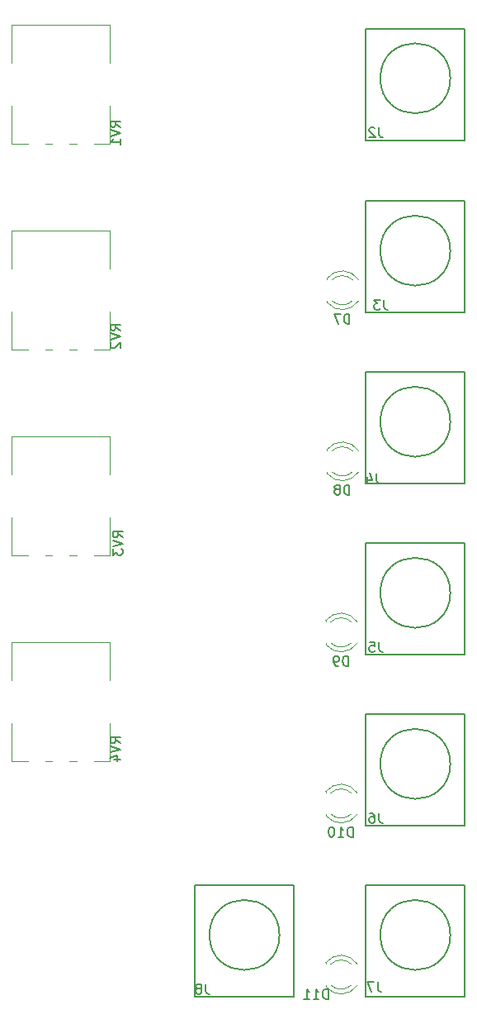
<source format=gbo>
G04 #@! TF.GenerationSoftware,KiCad,Pcbnew,(5.0.0-3-g5ebb6b6)*
G04 #@! TF.CreationDate,2019-04-25T19:55:48+02:00*
G04 #@! TF.ProjectId,triggerhappy,7472696767657268617070792E6B6963,rev?*
G04 #@! TF.SameCoordinates,Original*
G04 #@! TF.FileFunction,Legend,Bot*
G04 #@! TF.FilePolarity,Positive*
%FSLAX46Y46*%
G04 Gerber Fmt 4.6, Leading zero omitted, Abs format (unit mm)*
G04 Created by KiCad (PCBNEW (5.0.0-3-g5ebb6b6)) date Thursday 25 April 2019 19:55:48*
%MOMM*%
%LPD*%
G01*
G04 APERTURE LIST*
%ADD10C,0.120000*%
%ADD11C,0.150000*%
G04 APERTURE END LIST*
D10*
G04 #@! TO.C,D7*
X215159335Y-73722608D02*
G75*
G02X211927000Y-73879516I-1672335J1078608D01*
G01*
X215159335Y-71565392D02*
G75*
G03X211927000Y-71408484I-1672335J-1078608D01*
G01*
X214528130Y-73723837D02*
G75*
G02X212446039Y-73724000I-1041130J1079837D01*
G01*
X214528130Y-71564163D02*
G75*
G03X212446039Y-71564000I-1041130J-1079837D01*
G01*
X211927000Y-73880000D02*
X211927000Y-73724000D01*
X211927000Y-71564000D02*
X211927000Y-71408000D01*
G04 #@! TO.C,D8*
X215159335Y-91248608D02*
G75*
G02X211927000Y-91405516I-1672335J1078608D01*
G01*
X215159335Y-89091392D02*
G75*
G03X211927000Y-88934484I-1672335J-1078608D01*
G01*
X214528130Y-91249837D02*
G75*
G02X212446039Y-91250000I-1041130J1079837D01*
G01*
X214528130Y-89090163D02*
G75*
G03X212446039Y-89090000I-1041130J-1079837D01*
G01*
X211927000Y-91406000D02*
X211927000Y-91250000D01*
X211927000Y-89090000D02*
X211927000Y-88934000D01*
G04 #@! TO.C,D9*
X211800000Y-106616000D02*
X211800000Y-106460000D01*
X211800000Y-108932000D02*
X211800000Y-108776000D01*
X214401130Y-106616163D02*
G75*
G03X212319039Y-106616000I-1041130J-1079837D01*
G01*
X214401130Y-108775837D02*
G75*
G02X212319039Y-108776000I-1041130J1079837D01*
G01*
X215032335Y-106617392D02*
G75*
G03X211800000Y-106460484I-1672335J-1078608D01*
G01*
X215032335Y-108774608D02*
G75*
G02X211800000Y-108931516I-1672335J1078608D01*
G01*
G04 #@! TO.C,D10*
X211800000Y-124142000D02*
X211800000Y-123986000D01*
X211800000Y-126458000D02*
X211800000Y-126302000D01*
X214401130Y-124142163D02*
G75*
G03X212319039Y-124142000I-1041130J-1079837D01*
G01*
X214401130Y-126301837D02*
G75*
G02X212319039Y-126302000I-1041130J1079837D01*
G01*
X215032335Y-124143392D02*
G75*
G03X211800000Y-123986484I-1672335J-1078608D01*
G01*
X215032335Y-126300608D02*
G75*
G02X211800000Y-126457516I-1672335J1078608D01*
G01*
G04 #@! TO.C,D11*
X215032335Y-143826608D02*
G75*
G02X211800000Y-143983516I-1672335J1078608D01*
G01*
X215032335Y-141669392D02*
G75*
G03X211800000Y-141512484I-1672335J-1078608D01*
G01*
X214401130Y-143827837D02*
G75*
G02X212319039Y-143828000I-1041130J1079837D01*
G01*
X214401130Y-141668163D02*
G75*
G03X212319039Y-141668000I-1041130J-1079837D01*
G01*
X211800000Y-143984000D02*
X211800000Y-143828000D01*
X211800000Y-141668000D02*
X211800000Y-141512000D01*
D11*
G04 #@! TO.C,J2*
X215900000Y-57277000D02*
X226060000Y-57277000D01*
X226060000Y-57277000D02*
X226060000Y-45847000D01*
X226060000Y-45847000D02*
X215900000Y-45847000D01*
X215900000Y-45847000D02*
X215900000Y-57277000D01*
X224572102Y-50927000D02*
G75*
G03X224572102Y-50927000I-3592102J0D01*
G01*
G04 #@! TO.C,J3*
X215900000Y-74930000D02*
X226060000Y-74930000D01*
X226060000Y-74930000D02*
X226060000Y-63500000D01*
X226060000Y-63500000D02*
X215900000Y-63500000D01*
X215900000Y-63500000D02*
X215900000Y-74930000D01*
X224572102Y-68580000D02*
G75*
G03X224572102Y-68580000I-3592102J0D01*
G01*
G04 #@! TO.C,J4*
X224572102Y-86106000D02*
G75*
G03X224572102Y-86106000I-3592102J0D01*
G01*
X215900000Y-81026000D02*
X215900000Y-92456000D01*
X226060000Y-81026000D02*
X215900000Y-81026000D01*
X226060000Y-92456000D02*
X226060000Y-81026000D01*
X215900000Y-92456000D02*
X226060000Y-92456000D01*
G04 #@! TO.C,J5*
X215900000Y-109982000D02*
X226060000Y-109982000D01*
X226060000Y-109982000D02*
X226060000Y-98552000D01*
X226060000Y-98552000D02*
X215900000Y-98552000D01*
X215900000Y-98552000D02*
X215900000Y-109982000D01*
X224572102Y-103632000D02*
G75*
G03X224572102Y-103632000I-3592102J0D01*
G01*
G04 #@! TO.C,J6*
X224572102Y-121158000D02*
G75*
G03X224572102Y-121158000I-3592102J0D01*
G01*
X215900000Y-116078000D02*
X215900000Y-127508000D01*
X226060000Y-116078000D02*
X215900000Y-116078000D01*
X226060000Y-127508000D02*
X226060000Y-116078000D01*
X215900000Y-127508000D02*
X226060000Y-127508000D01*
G04 #@! TO.C,J7*
X215900000Y-145034000D02*
X226060000Y-145034000D01*
X226060000Y-145034000D02*
X226060000Y-133604000D01*
X226060000Y-133604000D02*
X215900000Y-133604000D01*
X215900000Y-133604000D02*
X215900000Y-145034000D01*
X224572102Y-138684000D02*
G75*
G03X224572102Y-138684000I-3592102J0D01*
G01*
G04 #@! TO.C,J8*
X207046102Y-138684000D02*
G75*
G03X207046102Y-138684000I-3592102J0D01*
G01*
X198374000Y-133604000D02*
X198374000Y-145034000D01*
X208534000Y-133604000D02*
X198374000Y-133604000D01*
X208534000Y-145034000D02*
X208534000Y-133604000D01*
X198374000Y-145034000D02*
X208534000Y-145034000D01*
D10*
G04 #@! TO.C,RV1*
X189639000Y-45427000D02*
X179598000Y-45427000D01*
X181248000Y-57667000D02*
X179598000Y-57667000D01*
X183747000Y-57667000D02*
X182988000Y-57667000D01*
X186247000Y-57667000D02*
X185488000Y-57667000D01*
X189639000Y-57667000D02*
X187989000Y-57667000D01*
X179598000Y-49363000D02*
X179598000Y-45427000D01*
X179598000Y-57667000D02*
X179598000Y-53730000D01*
X189639000Y-49363000D02*
X189639000Y-45427000D01*
X189639000Y-57667000D02*
X189639000Y-53730000D01*
G04 #@! TO.C,RV2*
X189639000Y-78749000D02*
X189639000Y-74812000D01*
X189639000Y-70445000D02*
X189639000Y-66509000D01*
X179598000Y-78749000D02*
X179598000Y-74812000D01*
X179598000Y-70445000D02*
X179598000Y-66509000D01*
X189639000Y-78749000D02*
X187989000Y-78749000D01*
X186247000Y-78749000D02*
X185488000Y-78749000D01*
X183747000Y-78749000D02*
X182988000Y-78749000D01*
X181248000Y-78749000D02*
X179598000Y-78749000D01*
X189639000Y-66509000D02*
X179598000Y-66509000D01*
G04 #@! TO.C,RV3*
X189639000Y-99831000D02*
X189639000Y-95894000D01*
X189639000Y-91527000D02*
X189639000Y-87591000D01*
X179598000Y-99831000D02*
X179598000Y-95894000D01*
X179598000Y-91527000D02*
X179598000Y-87591000D01*
X189639000Y-99831000D02*
X187989000Y-99831000D01*
X186247000Y-99831000D02*
X185488000Y-99831000D01*
X183747000Y-99831000D02*
X182988000Y-99831000D01*
X181248000Y-99831000D02*
X179598000Y-99831000D01*
X189639000Y-87591000D02*
X179598000Y-87591000D01*
G04 #@! TO.C,RV4*
X189639000Y-108673000D02*
X179598000Y-108673000D01*
X181248000Y-120913000D02*
X179598000Y-120913000D01*
X183747000Y-120913000D02*
X182988000Y-120913000D01*
X186247000Y-120913000D02*
X185488000Y-120913000D01*
X189639000Y-120913000D02*
X187989000Y-120913000D01*
X179598000Y-112609000D02*
X179598000Y-108673000D01*
X179598000Y-120913000D02*
X179598000Y-116976000D01*
X189639000Y-112609000D02*
X189639000Y-108673000D01*
X189639000Y-120913000D02*
X189639000Y-116976000D01*
G04 #@! TO.C,D7*
D11*
X214225095Y-76056380D02*
X214225095Y-75056380D01*
X213987000Y-75056380D01*
X213844142Y-75104000D01*
X213748904Y-75199238D01*
X213701285Y-75294476D01*
X213653666Y-75484952D01*
X213653666Y-75627809D01*
X213701285Y-75818285D01*
X213748904Y-75913523D01*
X213844142Y-76008761D01*
X213987000Y-76056380D01*
X214225095Y-76056380D01*
X213320333Y-75056380D02*
X212653666Y-75056380D01*
X213082238Y-76056380D01*
G04 #@! TO.C,D8*
X214225095Y-93582380D02*
X214225095Y-92582380D01*
X213987000Y-92582380D01*
X213844142Y-92630000D01*
X213748904Y-92725238D01*
X213701285Y-92820476D01*
X213653666Y-93010952D01*
X213653666Y-93153809D01*
X213701285Y-93344285D01*
X213748904Y-93439523D01*
X213844142Y-93534761D01*
X213987000Y-93582380D01*
X214225095Y-93582380D01*
X213082238Y-93010952D02*
X213177476Y-92963333D01*
X213225095Y-92915714D01*
X213272714Y-92820476D01*
X213272714Y-92772857D01*
X213225095Y-92677619D01*
X213177476Y-92630000D01*
X213082238Y-92582380D01*
X212891761Y-92582380D01*
X212796523Y-92630000D01*
X212748904Y-92677619D01*
X212701285Y-92772857D01*
X212701285Y-92820476D01*
X212748904Y-92915714D01*
X212796523Y-92963333D01*
X212891761Y-93010952D01*
X213082238Y-93010952D01*
X213177476Y-93058571D01*
X213225095Y-93106190D01*
X213272714Y-93201428D01*
X213272714Y-93391904D01*
X213225095Y-93487142D01*
X213177476Y-93534761D01*
X213082238Y-93582380D01*
X212891761Y-93582380D01*
X212796523Y-93534761D01*
X212748904Y-93487142D01*
X212701285Y-93391904D01*
X212701285Y-93201428D01*
X212748904Y-93106190D01*
X212796523Y-93058571D01*
X212891761Y-93010952D01*
G04 #@! TO.C,D9*
X214098095Y-111108380D02*
X214098095Y-110108380D01*
X213860000Y-110108380D01*
X213717142Y-110156000D01*
X213621904Y-110251238D01*
X213574285Y-110346476D01*
X213526666Y-110536952D01*
X213526666Y-110679809D01*
X213574285Y-110870285D01*
X213621904Y-110965523D01*
X213717142Y-111060761D01*
X213860000Y-111108380D01*
X214098095Y-111108380D01*
X213050476Y-111108380D02*
X212860000Y-111108380D01*
X212764761Y-111060761D01*
X212717142Y-111013142D01*
X212621904Y-110870285D01*
X212574285Y-110679809D01*
X212574285Y-110298857D01*
X212621904Y-110203619D01*
X212669523Y-110156000D01*
X212764761Y-110108380D01*
X212955238Y-110108380D01*
X213050476Y-110156000D01*
X213098095Y-110203619D01*
X213145714Y-110298857D01*
X213145714Y-110536952D01*
X213098095Y-110632190D01*
X213050476Y-110679809D01*
X212955238Y-110727428D01*
X212764761Y-110727428D01*
X212669523Y-110679809D01*
X212621904Y-110632190D01*
X212574285Y-110536952D01*
G04 #@! TO.C,D10*
X214574285Y-128634380D02*
X214574285Y-127634380D01*
X214336190Y-127634380D01*
X214193333Y-127682000D01*
X214098095Y-127777238D01*
X214050476Y-127872476D01*
X214002857Y-128062952D01*
X214002857Y-128205809D01*
X214050476Y-128396285D01*
X214098095Y-128491523D01*
X214193333Y-128586761D01*
X214336190Y-128634380D01*
X214574285Y-128634380D01*
X213050476Y-128634380D02*
X213621904Y-128634380D01*
X213336190Y-128634380D02*
X213336190Y-127634380D01*
X213431428Y-127777238D01*
X213526666Y-127872476D01*
X213621904Y-127920095D01*
X212431428Y-127634380D02*
X212336190Y-127634380D01*
X212240952Y-127682000D01*
X212193333Y-127729619D01*
X212145714Y-127824857D01*
X212098095Y-128015333D01*
X212098095Y-128253428D01*
X212145714Y-128443904D01*
X212193333Y-128539142D01*
X212240952Y-128586761D01*
X212336190Y-128634380D01*
X212431428Y-128634380D01*
X212526666Y-128586761D01*
X212574285Y-128539142D01*
X212621904Y-128443904D01*
X212669523Y-128253428D01*
X212669523Y-128015333D01*
X212621904Y-127824857D01*
X212574285Y-127729619D01*
X212526666Y-127682000D01*
X212431428Y-127634380D01*
G04 #@! TO.C,D11*
X212034285Y-145232380D02*
X212034285Y-144232380D01*
X211796190Y-144232380D01*
X211653333Y-144280000D01*
X211558095Y-144375238D01*
X211510476Y-144470476D01*
X211462857Y-144660952D01*
X211462857Y-144803809D01*
X211510476Y-144994285D01*
X211558095Y-145089523D01*
X211653333Y-145184761D01*
X211796190Y-145232380D01*
X212034285Y-145232380D01*
X210510476Y-145232380D02*
X211081904Y-145232380D01*
X210796190Y-145232380D02*
X210796190Y-144232380D01*
X210891428Y-144375238D01*
X210986666Y-144470476D01*
X211081904Y-144518095D01*
X209558095Y-145232380D02*
X210129523Y-145232380D01*
X209843809Y-145232380D02*
X209843809Y-144232380D01*
X209939047Y-144375238D01*
X210034285Y-144470476D01*
X210129523Y-144518095D01*
G04 #@! TO.C,J2*
X217249333Y-55967380D02*
X217249333Y-56681666D01*
X217296952Y-56824523D01*
X217392190Y-56919761D01*
X217535047Y-56967380D01*
X217630285Y-56967380D01*
X216820761Y-56062619D02*
X216773142Y-56015000D01*
X216677904Y-55967380D01*
X216439809Y-55967380D01*
X216344571Y-56015000D01*
X216296952Y-56062619D01*
X216249333Y-56157857D01*
X216249333Y-56253095D01*
X216296952Y-56395952D01*
X216868380Y-56967380D01*
X216249333Y-56967380D01*
G04 #@! TO.C,J3*
X217757333Y-73620380D02*
X217757333Y-74334666D01*
X217804952Y-74477523D01*
X217900190Y-74572761D01*
X218043047Y-74620380D01*
X218138285Y-74620380D01*
X217376380Y-73620380D02*
X216757333Y-73620380D01*
X217090666Y-74001333D01*
X216947809Y-74001333D01*
X216852571Y-74048952D01*
X216804952Y-74096571D01*
X216757333Y-74191809D01*
X216757333Y-74429904D01*
X216804952Y-74525142D01*
X216852571Y-74572761D01*
X216947809Y-74620380D01*
X217233523Y-74620380D01*
X217328761Y-74572761D01*
X217376380Y-74525142D01*
G04 #@! TO.C,J4*
X216995333Y-91400380D02*
X216995333Y-92114666D01*
X217042952Y-92257523D01*
X217138190Y-92352761D01*
X217281047Y-92400380D01*
X217376285Y-92400380D01*
X216090571Y-91733714D02*
X216090571Y-92400380D01*
X216328666Y-91352761D02*
X216566761Y-92067047D01*
X215947714Y-92067047D01*
G04 #@! TO.C,J5*
X217249333Y-108672380D02*
X217249333Y-109386666D01*
X217296952Y-109529523D01*
X217392190Y-109624761D01*
X217535047Y-109672380D01*
X217630285Y-109672380D01*
X216296952Y-108672380D02*
X216773142Y-108672380D01*
X216820761Y-109148571D01*
X216773142Y-109100952D01*
X216677904Y-109053333D01*
X216439809Y-109053333D01*
X216344571Y-109100952D01*
X216296952Y-109148571D01*
X216249333Y-109243809D01*
X216249333Y-109481904D01*
X216296952Y-109577142D01*
X216344571Y-109624761D01*
X216439809Y-109672380D01*
X216677904Y-109672380D01*
X216773142Y-109624761D01*
X216820761Y-109577142D01*
G04 #@! TO.C,J6*
X217249333Y-126198380D02*
X217249333Y-126912666D01*
X217296952Y-127055523D01*
X217392190Y-127150761D01*
X217535047Y-127198380D01*
X217630285Y-127198380D01*
X216344571Y-126198380D02*
X216535047Y-126198380D01*
X216630285Y-126246000D01*
X216677904Y-126293619D01*
X216773142Y-126436476D01*
X216820761Y-126626952D01*
X216820761Y-127007904D01*
X216773142Y-127103142D01*
X216725523Y-127150761D01*
X216630285Y-127198380D01*
X216439809Y-127198380D01*
X216344571Y-127150761D01*
X216296952Y-127103142D01*
X216249333Y-127007904D01*
X216249333Y-126769809D01*
X216296952Y-126674571D01*
X216344571Y-126626952D01*
X216439809Y-126579333D01*
X216630285Y-126579333D01*
X216725523Y-126626952D01*
X216773142Y-126674571D01*
X216820761Y-126769809D01*
G04 #@! TO.C,J7*
X217122333Y-143470380D02*
X217122333Y-144184666D01*
X217169952Y-144327523D01*
X217265190Y-144422761D01*
X217408047Y-144470380D01*
X217503285Y-144470380D01*
X216741380Y-143470380D02*
X216074714Y-143470380D01*
X216503285Y-144470380D01*
G04 #@! TO.C,J8*
X199469333Y-143724380D02*
X199469333Y-144438666D01*
X199516952Y-144581523D01*
X199612190Y-144676761D01*
X199755047Y-144724380D01*
X199850285Y-144724380D01*
X198850285Y-144152952D02*
X198945523Y-144105333D01*
X198993142Y-144057714D01*
X199040761Y-143962476D01*
X199040761Y-143914857D01*
X198993142Y-143819619D01*
X198945523Y-143772000D01*
X198850285Y-143724380D01*
X198659809Y-143724380D01*
X198564571Y-143772000D01*
X198516952Y-143819619D01*
X198469333Y-143914857D01*
X198469333Y-143962476D01*
X198516952Y-144057714D01*
X198564571Y-144105333D01*
X198659809Y-144152952D01*
X198850285Y-144152952D01*
X198945523Y-144200571D01*
X198993142Y-144248190D01*
X199040761Y-144343428D01*
X199040761Y-144533904D01*
X198993142Y-144629142D01*
X198945523Y-144676761D01*
X198850285Y-144724380D01*
X198659809Y-144724380D01*
X198564571Y-144676761D01*
X198516952Y-144629142D01*
X198469333Y-144533904D01*
X198469333Y-144343428D01*
X198516952Y-144248190D01*
X198564571Y-144200571D01*
X198659809Y-144152952D01*
G04 #@! TO.C,RV1*
X190698380Y-55919761D02*
X190222190Y-55586428D01*
X190698380Y-55348333D02*
X189698380Y-55348333D01*
X189698380Y-55729285D01*
X189746000Y-55824523D01*
X189793619Y-55872142D01*
X189888857Y-55919761D01*
X190031714Y-55919761D01*
X190126952Y-55872142D01*
X190174571Y-55824523D01*
X190222190Y-55729285D01*
X190222190Y-55348333D01*
X189698380Y-56205476D02*
X190698380Y-56538809D01*
X189698380Y-56872142D01*
X190698380Y-57729285D02*
X190698380Y-57157857D01*
X190698380Y-57443571D02*
X189698380Y-57443571D01*
X189841238Y-57348333D01*
X189936476Y-57253095D01*
X189984095Y-57157857D01*
G04 #@! TO.C,RV2*
X190698380Y-76747761D02*
X190222190Y-76414428D01*
X190698380Y-76176333D02*
X189698380Y-76176333D01*
X189698380Y-76557285D01*
X189746000Y-76652523D01*
X189793619Y-76700142D01*
X189888857Y-76747761D01*
X190031714Y-76747761D01*
X190126952Y-76700142D01*
X190174571Y-76652523D01*
X190222190Y-76557285D01*
X190222190Y-76176333D01*
X189698380Y-77033476D02*
X190698380Y-77366809D01*
X189698380Y-77700142D01*
X189793619Y-77985857D02*
X189746000Y-78033476D01*
X189698380Y-78128714D01*
X189698380Y-78366809D01*
X189746000Y-78462047D01*
X189793619Y-78509666D01*
X189888857Y-78557285D01*
X189984095Y-78557285D01*
X190126952Y-78509666D01*
X190698380Y-77938238D01*
X190698380Y-78557285D01*
G04 #@! TO.C,RV3*
X190952380Y-97956761D02*
X190476190Y-97623428D01*
X190952380Y-97385333D02*
X189952380Y-97385333D01*
X189952380Y-97766285D01*
X190000000Y-97861523D01*
X190047619Y-97909142D01*
X190142857Y-97956761D01*
X190285714Y-97956761D01*
X190380952Y-97909142D01*
X190428571Y-97861523D01*
X190476190Y-97766285D01*
X190476190Y-97385333D01*
X189952380Y-98242476D02*
X190952380Y-98575809D01*
X189952380Y-98909142D01*
X189952380Y-99147238D02*
X189952380Y-99766285D01*
X190333333Y-99432952D01*
X190333333Y-99575809D01*
X190380952Y-99671047D01*
X190428571Y-99718666D01*
X190523809Y-99766285D01*
X190761904Y-99766285D01*
X190857142Y-99718666D01*
X190904761Y-99671047D01*
X190952380Y-99575809D01*
X190952380Y-99290095D01*
X190904761Y-99194857D01*
X190857142Y-99147238D01*
G04 #@! TO.C,RV4*
X190698380Y-119038761D02*
X190222190Y-118705428D01*
X190698380Y-118467333D02*
X189698380Y-118467333D01*
X189698380Y-118848285D01*
X189746000Y-118943523D01*
X189793619Y-118991142D01*
X189888857Y-119038761D01*
X190031714Y-119038761D01*
X190126952Y-118991142D01*
X190174571Y-118943523D01*
X190222190Y-118848285D01*
X190222190Y-118467333D01*
X189698380Y-119324476D02*
X190698380Y-119657809D01*
X189698380Y-119991142D01*
X190031714Y-120753047D02*
X190698380Y-120753047D01*
X189650761Y-120514952D02*
X190365047Y-120276857D01*
X190365047Y-120895904D01*
G04 #@! TD*
M02*

</source>
